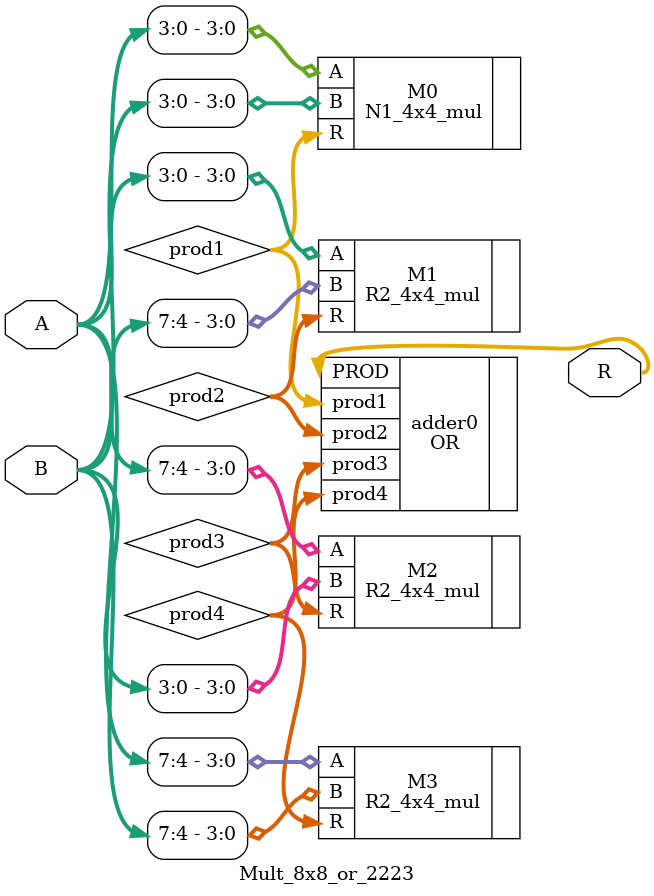
<source format=v>
module Mult_8x8_or_2223(
input [7:0] A,
input [7:0] B,
output [15:0]R
);
wire [7:0]prod1;
wire [7:0]prod2;
wire [7:0]prod3;
wire [7:0]prod4;

N1_4x4_mul M0(.A(A[3:0]),.B(B[3:0]),.R(prod1));
R2_4x4_mul M1(.A(A[3:0]),.B(B[7:4]),.R(prod2));
R2_4x4_mul M2(.A(A[7:4]),.B(B[3:0]),.R(prod3));
R2_4x4_mul M3(.A(A[7:4]),.B(B[7:4]),.R(prod4));
OR adder0(.prod1(prod1),.prod2(prod2),.prod3(prod3),.prod4(prod4),.PROD(R));
endmodule

</source>
